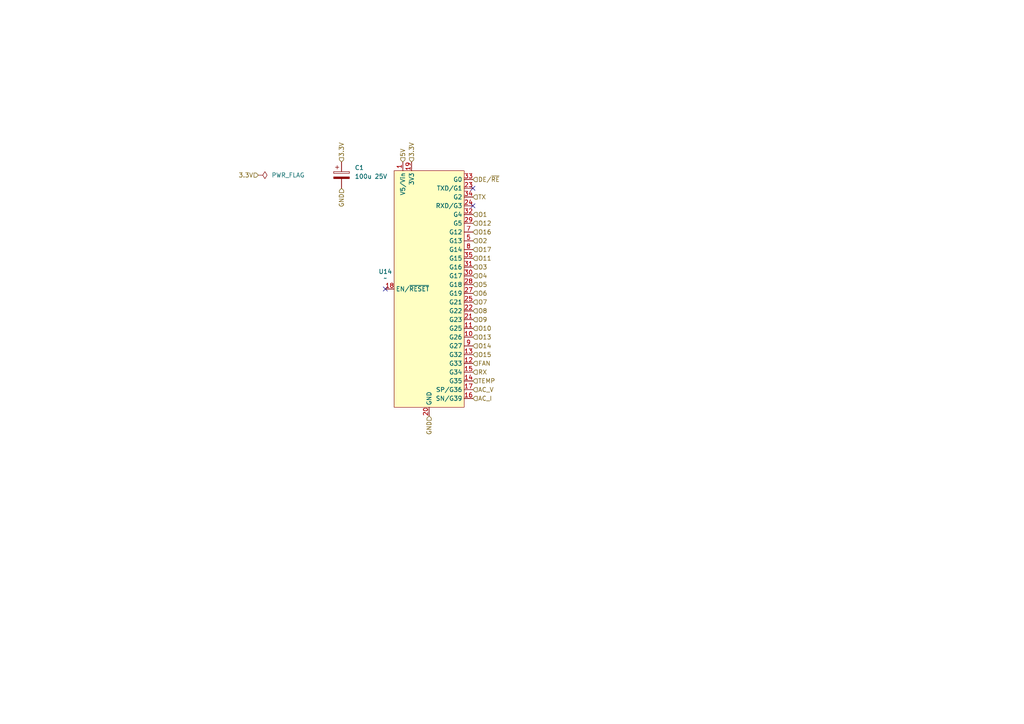
<source format=kicad_sch>
(kicad_sch (version 20231120) (generator "eeschema") (generator_version "8.0")
  (paper "A4")
  (title_block (title "Domoticata main control unit") (date "2024-07-14") (rev "0.1") (company "Davide Scalisi"))
  (lib_symbols
    (symbol "Device:C_Polarized" (pin_numbers hide) (pin_names (offset 0.254))
      (property "Reference" "C" (at 0.635 2.54 0))
      (property "Value" "C_Polarized" (at 0.635 -2.54 0))
      (symbol "C_Polarized_0_1"
        (rectangle (start -2.286 0.508) (end 2.286 1.016))
        (polyline (pts (xy -1.778 2.286) (xy -0.762 2.286)))
        (polyline (pts (xy -1.27 2.794) (xy -1.27 1.778)))
        (rectangle (start 2.286 -0.508) (end -2.286 -1.016) (fill (type outline)))
      )
      (symbol "C_Polarized_1_1"
        (pin passive line (at 0 3.81 270) (length 2.794) (name "~") (number "1"))
        (pin passive line (at 0 -3.81 90) (length 2.794) (name "~") (number "2"))
      )
    )
    (symbol "MCU_Espressif_ESP32_38PIN:ESP32_38PIN_Ideal"
      (property "Reference" "U" (at 0 35.56 0))
      (symbol "ESP32_38PIN_Ideal_1_1"
        (rectangle (start -10.16 34.29) (end 10.16 -34.29) (fill (type background)))
        (pin input line (at -7.62 36.83 270) (length 2.54) (name "V5/Vin") (number "1"))
        (pin input line (at 12.7 -13.97 180) (length 2.54) (name "G26") (number "10"))
        (pin input line (at 12.7 -11.43 180) (length 2.54) (name "G25") (number "11"))
        (pin input line (at 12.7 -21.59 180) (length 2.54) (name "G33") (number "12"))
        (pin input line (at 12.7 -19.05 180) (length 2.54) (name "G32") (number "13"))
        (pin input line (at 12.7 -26.67 180) (length 2.54) (name "G35") (number "14"))
        (pin input line (at 12.7 -24.13 180) (length 2.54) (name "G34") (number "15"))
        (pin input line (at 12.7 -31.75 180) (length 2.54) (name "SN/G39") (number "16"))
        (pin input line (at 12.7 -29.21 180) (length 2.54) (name "SP/G36") (number "17"))
        (pin input line (at -12.7 0 0) (length 2.54) (name "EN/~{RESET}") (number "18"))
        (pin input line (at -5.08 36.83 270) (length 2.54) (name "3V3") (number "19"))
        (pin input line (at -12.7 -31.75 0) (length 2.54) hide (name "CMD") (number "2"))
        (pin input line (at 0 -36.83 90) (length 2.54) (name "GND") (number "20"))
        (pin input line (at 12.7 -8.89 180) (length 2.54) (name "G23") (number "21"))
        (pin input line (at 12.7 -6.35 180) (length 2.54) (name "G22") (number "22"))
        (pin input line (at 12.7 29.21 180) (length 2.54) (name "TXD/G1") (number "23"))
        (pin input line (at 12.7 24.13 180) (length 2.54) (name "RXD/G3") (number "24"))
        (pin input line (at 12.7 -3.81 180) (length 2.54) (name "G21") (number "25"))
        (pin input line (at 0 -36.83 90) (length 2.54) hide (name "GND") (number "26"))
        (pin input line (at 12.7 -1.27 180) (length 2.54) (name "G19") (number "27"))
        (pin input line (at 12.7 1.27 180) (length 2.54) (name "G18") (number "28"))
        (pin input line (at 12.7 19.05 180) (length 2.54) (name "G5") (number "29"))
        (pin input line (at -12.7 -29.21 0) (length 2.54) hide (name "SD3") (number "3"))
        (pin input line (at 12.7 3.81 180) (length 2.54) (name "G17") (number "30"))
        (pin input line (at 12.7 6.35 180) (length 2.54) (name "G16") (number "31"))
        (pin input line (at 12.7 21.59 180) (length 2.54) (name "G4") (number "32"))
        (pin input line (at 12.7 31.75 180) (length 2.54) (name "G0") (number "33"))
        (pin input line (at 12.7 26.67 180) (length 2.54) (name "G2") (number "34"))
        (pin input line (at 12.7 8.89 180) (length 2.54) (name "G15") (number "35"))
        (pin input line (at -12.7 -24.13 0) (length 2.54) hide (name "SD1") (number "36"))
        (pin input line (at -12.7 -21.59 0) (length 2.54) hide (name "SD0") (number "37"))
        (pin input line (at -12.7 -19.05 0) (length 2.54) hide (name "CLK") (number "38"))
        (pin input line (at -12.7 -26.67 0) (length 2.54) hide (name "SD2") (number "4"))
        (pin input line (at 12.7 13.97 180) (length 2.54) (name "G13") (number "5"))
        (pin input line (at 0 -36.83 90) (length 2.54) hide (name "GND") (number "6"))
        (pin input line (at 12.7 16.51 180) (length 2.54) (name "G12") (number "7"))
        (pin input line (at 12.7 11.43 180) (length 2.54) (name "G14") (number "8"))
        (pin input line (at 12.7 -16.51 180) (length 2.54) (name "G27") (number "9"))
      )
    )
    (symbol "power:PWR_FLAG" (power) (pin_numbers hide) (pin_names (offset 0) hide)
      (property "Value" "PWR_FLAG" (at 0 3.81 0))
      (symbol "PWR_FLAG_0_0"
        (pin power_out line (at 0 0 90) (length 0) (name "~") (number "1"))
      )
      (symbol "PWR_FLAG_0_1"
        (polyline (pts (xy 0 0) (xy 0 1.27) (xy -1.016 1.905) (xy 0 2.54) (xy 1.016 1.905) (xy 0 1.27)))
      )
    )
  )
  (no_connect (at 137.16 54.61))
  (no_connect (at 137.16 59.69))
  (no_connect (at 111.76 83.82))
  (hierarchical_label "5V" (shape input) (at 116.84 46.99 90))
  (hierarchical_label "RX" (shape input) (at 137.16 107.95 0))
  (hierarchical_label "O3" (shape input) (at 137.16 77.47 0))
  (hierarchical_label "O6" (shape input) (at 137.16 85.09 0))
  (hierarchical_label "O12" (shape input) (at 137.16 64.77 0))
  (hierarchical_label "3.3V" (shape input) (at 99.06 46.99 90))
  (hierarchical_label "O16" (shape input) (at 137.16 67.31 0))
  (hierarchical_label "AC_I" (shape input) (at 137.16 115.57 0))
  (hierarchical_label "TX" (shape input) (at 137.16 57.15 0))
  (hierarchical_label "O9" (shape input) (at 137.16 92.71 0))
  (hierarchical_label "O13" (shape input) (at 137.16 97.79 0))
  (hierarchical_label "O11" (shape input) (at 137.16 74.93 0))
  (hierarchical_label "O8" (shape input) (at 137.16 90.17 0))
  (hierarchical_label "DE{slash}~{RE}" (shape input) (at 137.16 52.07 0))
  (hierarchical_label "AC_V" (shape input) (at 137.16 113.03 0))
  (hierarchical_label "O10" (shape input) (at 137.16 95.25 0))
  (hierarchical_label "O5" (shape input) (at 137.16 82.55 0))
  (hierarchical_label "3.3V" (shape input) (at 119.38 46.99 90))
  (hierarchical_label "O17" (shape input) (at 137.16 72.39 0))
  (hierarchical_label "O7" (shape input) (at 137.16 87.63 0))
  (hierarchical_label "O1" (shape input) (at 137.16 62.23 0))
  (hierarchical_label "TEMP" (shape input) (at 137.16 110.49 0))
  (hierarchical_label "O4" (shape input) (at 137.16 80.01 0))
  (hierarchical_label "3.3V" (shape input) (at 74.93 50.8 180))
  (hierarchical_label "O14" (shape input) (at 137.16 100.33 0))
  (hierarchical_label "O2" (shape input) (at 137.16 69.85 0))
  (hierarchical_label "GND" (shape input) (at 124.46 120.65 270))
  (hierarchical_label "GND" (shape input) (at 99.06 54.61 270))
  (hierarchical_label "O15" (shape input) (at 137.16 102.87 0))
  (hierarchical_label "FAN" (shape input) (at 137.16 105.41 0))
  (symbol (lib_id "MCU_Espressif_ESP32_38PIN:ESP32_38PIN_Ideal") (at 124.46 83.82 0) (unit 1)
    (property "Reference" "U14" (at 111.76 78.7714 0))
    (property "Value" "~" (at 111.76 80.6765 0))
    (property "Footprint" "MCU_Espressif_ESP32_38PIN:ESP32_38PIN" (effects (hide yes)))
    (property "Description" "Symbol for the 38 pins variant of the ESP32 dev board with ESP-WROOM-32 module and CP2102 USB-to-UART adapter." (effects (hide yes)))
  )
  (symbol (lib_id "power:PWR_FLAG") (at 74.93 50.8 270) (unit 1)
    (property "Reference" "#FLG04" (effects (hide yes)))
    (property "Value" "PWR_FLAG" (at 78.74 50.8001 90) (effects (justify left)))
    (property "Description" "Special symbol for telling ERC where power comes from" (effects (hide yes)))
  )
  (symbol (lib_id "Device:C_Polarized") (at 99.06 50.8 0) (unit 1)
    (property "Reference" "C1" (at 102.87 48.6409 0) (effects (justify left)))
    (property "Value" "100u 25V" (at 102.87 51.1809 0) (effects (justify left)))
    (property "Description" "Polarized capacitor" (effects (hide yes)))
  )
)
</source>
